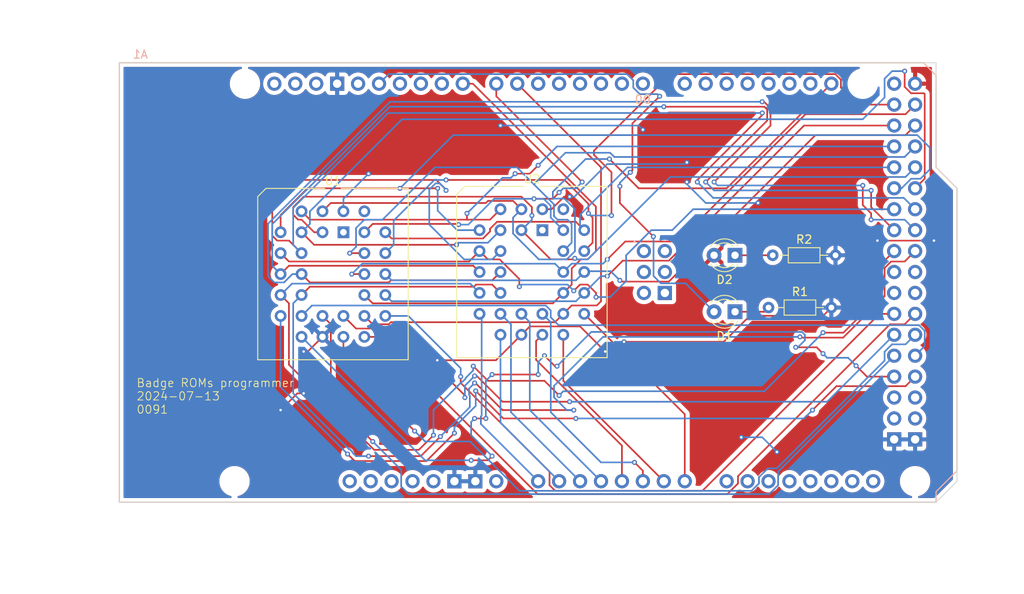
<source format=kicad_pcb>
(kicad_pcb (version 20240108) (generator "pcbnew") (generator_version "8.0")
  (layers (0 "F.Cu" signal) (31 "B.Cu" signal) (34 "B.Paste" user) (35 "F.Paste" user) (36 "B.SilkS" user "B.Silkscreen") (37 "F.SilkS" user "F.Silkscreen") (38 "B.Mask" user) (39 "F.Mask" user) (44 "Edge.Cuts" user))
  (net 0 "")
  (net 2 "D5")
  (net 3 "D8")
  (net 6 "D4")
  (net 10 "A15")
  (net 11 "A2")
  (net 14 "D1")
  (net 15 "D2")
  (net 17 "A4")
  (net 18 "+5V")
  (net 19 "~{OE}")
  (net 20 "A7")
  (net 21 "A10")
  (net 22 "D0")
  (net 25 "~{PGM}")
  (net 26 "A9")
  (net 28 "GND")
  (net 32 "D7")
  (net 38 "A0")
  (net 39 "A5")
  (net 41 "D10")
  (net 45 "A14")
  (net 46 "~{CE}")
  (net 49 "D14")
  (net 51 "A11")
  (net 52 "A6")
  (net 53 "D9")
  (net 59 "D3")
  (net 60 "A12")
  (net 61 "D11")
  (net 62 "Net-(D1-A)")
  (net 65 "A1")
  (net 68 "D15")
  (net 70 "D13")
  (net 71 "A16")
  (net 74 "A8")
  (net 75 "D12")
  (net 76 "D6")
  (net 81 "A3")
  (net 84 "A13")
  (net 88 "Net-(D1-K)")
  (net 89 "Net-(D2-K)")
  (footprint "Package_LCC:PLCC-32_THT-Socket" (layer "F.Cu") (at 135.636 73.406)
    (property "Reference" "U2")
    (property "Value" "SST39SF010")
  )
  (footprint "LED_THT:LED_D3.0mm" (layer "F.Cu") (at 159.004 76.454 180)
    (property "Reference" "D2")
    (property "Value" "LED")
  )
  (footprint "Resistor_THT:R_Axial_DIN0204_L3.6mm_D1.6mm_P7.62mm_Horizontal" (layer "F.Cu") (at 163.576 76.454)
    (property "Reference" "R2")
    (property "Value" "470")
  )
  (footprint "LED_THT:LED_D3.0mm" (layer "F.Cu") (at 159.004 83.312 180)
    (property "Reference" "D1")
    (property "Value" "LED")
  )
  (footprint "Package_LCC:PLCC-32_THT-Socket" (layer "F.Cu") (at 111.506 73.66)
    (property "Reference" "U1")
    (property "Value" "SST39SF010")
  )
  (footprint "arduino-library:Arduino_Mega2560_R3_Shield" (layer "F.Cu") (at 84.328 106.426)
    (property "Reference" "A1")
    (property "Value" "Arduino_Mega2560_R3_Shield")
  )
  (footprint "Resistor_THT:R_Axial_DIN0204_L3.6mm_D1.6mm_P7.62mm_Horizontal" (layer "F.Cu") (at 163.068 82.804)
    (property "Reference" "R1")
    (property "Value" "470")
  )
  (gr_line (start 185.928 68.326) (end 183.388 65.786) (stroke (width 0.1)) (layer "Edge.Cuts"))
  (gr_line (start 185.928 103.886) (end 185.928 68.326) (stroke (width 0.1)) (layer "Edge.Cuts"))
  (gr_line (start 84.328 106.426) (end 183.388 106.426) (stroke (width 0.1)) (layer "Edge.Cuts"))
  (gr_line (start 84.328 53.086) (end 84.328 106.426) (stroke (width 0.1)) (layer "Edge.Cuts"))
  (gr_line (start 183.388 53.086) (end 84.328 53.086) (stroke (width 0.1)) (layer "Edge.Cuts"))
  (gr_line (start 183.388 106.426) (end 185.928 103.886) (stroke (width 0.1)) (layer "Edge.Cuts"))
  (gr_line (start 183.388 65.786) (end 183.388 53.086) (stroke (width 0.1)) (layer "Edge.Cuts"))
  (gr_text "Badge ROMs programmer\n2024-07-13\n0091" (at 86.36 95.758 0) (layer "F.SilkS") (effects (font (size 1 1) (thickness 0.1)) (justify left bottom)))
  (segment (start 127.416 91.110527) (end 127.686527 91.110527) (width 0.2) (layer "F.Cu") (net 2))
  (segment (start 127.686527 91.110527) (end 130.81 94.234) (width 0.2) (layer "F.Cu") (net 2))
  (segment (start 126.238 93.472) (end 118.1148 85.3488) (width 0.2) (layer "F.Cu") (net 2))
  (segment (start 130.81 94.234) (end 138.938 94.234) (width 0.2) (layer "F.Cu") (net 2))
  (segment (start 113.0348 85.3488) (end 111.506 83.82) (width 0.2) (layer "F.Cu") (net 2))
  (segment (start 118.1148 85.3488) (end 113.0348 85.3488) (width 0.2) (layer "F.Cu") (net 2))
  (segment (start 126.238 93.726) (end 126.238 93.472) (width 0.2) (layer "F.Cu") (net 2))
  (via (at 127.416 91.110527) (size 0.6) (drill 0.3) (layers "F.Cu" "B.Cu") (net 2))
  (via (at 138.938 94.234) (size 0.6) (drill 0.3) (layers "F.Cu" "B.Cu") (net 2))
  (via (at 126.238 93.726) (size 0.6) (drill 0.3) (layers "F.Cu" "B.Cu") (net 2))
  (segment (start 170.18 94.234) (end 138.938 94.234) (width 0.2) (layer "B.Cu") (net 2))
  (segment (start 178.308 86.106) (end 170.18 94.234) (width 0.2) (layer "B.Cu") (net 2))
  (segment (start 127.416 91.110527) (end 126.238 92.288527) (width 0.2) (layer "B.Cu") (net 2))
  (segment (start 126.238 92.288527) (end 126.238 93.726) (width 0.2) (layer "B.Cu") (net 2))
  (segment (start 128.27 83.82) (end 128.27 95.925471) (width 0.2) (layer "B.Cu") (net 3))
  (segment (start 128.27 95.925471) (end 128.178 96.017471) (width 0.2) (layer "B.Cu") (net 3))
  (segment (start 128.178 96.936) (end 135.128 103.886) (width 0.2) (layer "B.Cu") (net 3))
  (segment (start 128.178 96.017471) (end 128.178 96.936) (width 0.2) (layer "B.Cu") (net 3))
  (segment (start 128.016 83.566) (end 128.27 83.82) (width 0.2) (layer "B.Cu") (net 3))
  (segment (start 111.506 86.36) (end 111.506 89.154) (width 0.2) (layer "F.Cu") (net 6))
  (segment (start 111.506 89.154) (end 120.142 97.79) (width 0.2) (layer "F.Cu") (net 6))
  (via (at 120.142 97.79) (size 0.6) (drill 0.3) (layers "F.Cu" "B.Cu") (net 6))
  (segment (start 120.142 97.79) (end 121.412 99.06) (width 0.2) (layer "B.Cu") (net 6))
  (segment (start 121.412 99.06) (end 126.867579 99.06) (width 0.2) (layer "B.Cu") (net 6))
  (segment (start 132.857179 105.0496) (end 161.009979 105.0496) (width 0.2) (layer "B.Cu") (net 6))
  (segment (start 162.986021 102.3224) (end 164.065915 102.3224) (width 0.2) (layer "B.Cu") (net 6))
  (segment (start 161.9044 104.155179) (end 161.9044 103.404021) (width 0.2) (layer "B.Cu") (net 6))
  (segment (start 177.1444 89.243915) (end 177.1444 88.164021) (width 0.2) (layer "B.Cu") (net 6))
  (segment (start 178.038821 87.2696) (end 179.6844 87.2696) (width 0.2) (layer "B.Cu") (net 6))
  (segment (start 126.867579 99.06) (end 132.857179 105.0496) (width 0.2) (layer "B.Cu") (net 6))
  (segment (start 161.9044 103.404021) (end 162.986021 102.3224) (width 0.2) (layer "B.Cu") (net 6))
  (segment (start 164.065915 102.3224) (end 177.1444 89.243915) (width 0.2) (layer "B.Cu") (net 6))
  (segment (start 177.1444 88.164021) (end 178.038821 87.2696) (width 0.2) (layer "B.Cu") (net 6))
  (segment (start 179.6844 87.2696) (end 180.848 86.106) (width 0.2) (layer "B.Cu") (net 6))
  (segment (start 161.009979 105.0496) (end 161.9044 104.155179) (width 0.2) (layer "B.Cu") (net 6))
  (segment (start 139.569291 76.831291) (end 139.443382 76.9572) (width 0.2) (layer "F.Cu") (net 10))
  (segment (start 134.366 70.612) (end 134.366 71.628) (width 0.2) (layer "F.Cu") (net 10))
  (segment (start 133.096 69.342) (end 134.366 70.612) (width 0.2) (layer "F.Cu") (net 10))
  (segment (start 106.007147 72.1312) (end 105.4148 71.538853) (width 0.2) (layer "F.Cu") (net 10))
  (segment (start 106.431412 72.1312) (end 106.007147 72.1312) (width 0.2) (layer "F.Cu") (net 10))
  (segment (start 106.68 69.342) (end 133.096 69.342) (width 0.2) (layer "F.Cu") (net 10))
  (segment (start 136.6472 76.9572) (end 133.096 73.406) (width 0.2) (layer "F.Cu") (net 10))
  (segment (start 105.4148 70.6072) (end 106.68 69.342) (width 0.2) (layer "F.Cu") (net 10))
  (segment (start 139.443382 76.9572) (end 136.6472 76.9572) (width 0.2) (layer "F.Cu") (net 10))
  (segment (start 105.4148 71.538853) (end 105.4148 70.6072) (width 0.2) (layer "F.Cu") (net 10))
  (segment (start 107.960212 73.66) (end 106.431412 72.1312) (width 0.2) (layer "F.Cu") (net 10))
  (segment (start 108.966 73.66) (end 107.960212 73.66) (width 0.2) (layer "F.Cu") (net 10))
  (via (at 139.569291 76.831291) (size 0.6) (drill 0.3) (layers "F.Cu" "B.Cu") (net 10))
  (via (at 134.366 71.628) (size 0.6) (drill 0.3) (layers "F.Cu" "B.Cu") (net 10))
  (segment (start 134.366 72.136) (end 133.096 73.406) (width 0.2) (layer "B.Cu") (net 10))
  (segment (start 180.848 65.786) (end 179.6844 66.9496) (width 0.2) (layer "B.Cu") (net 10))
  (segment (start 179.6844 66.9496) (end 151.142453 66.9496) (width 0.2) (layer "B.Cu") (net 10))
  (segment (start 141.134853 76.9572) (end 139.6952 76.9572) (width 0.2) (layer "B.Cu") (net 10))
  (segment (start 139.6952 76.9572) (end 139.569291 76.831291) (width 0.2) (layer "B.Cu") (net 10))
  (segment (start 151.142453 66.9496) (end 141.134853 76.9572) (width 0.2) (layer "B.Cu") (net 10))
  (segment (start 134.366 71.628) (end 134.366 72.136) (width 0.2) (layer "B.Cu") (net 10))
  (segment (start 117.004853 79.7512) (end 117.254053 79.502) (width 0.2) (layer "F.Cu") (net 11))
  (segment (start 174.498 70.358) (end 174.498 67.98) (width 0.2) (layer "F.Cu") (net 11))
  (segment (start 117.254053 79.502) (end 129.54 79.502) (width 0.2) (layer "F.Cu") (net 11))
  (segment (start 162.525686 57.82) (end 162.291672 57.82) (width 0.2) (layer "F.Cu") (net 11))
  (segment (start 129.54 79.502) (end 130.556 78.486) (width 0.2) (layer "F.Cu") (net 11))
  (segment (start 156.464 67.564) (end 163.306 60.722) (width 0.2) (layer "F.Cu") (net 11))
  (segment (start 106.426 78.74) (end 107.4372 79.7512) (width 0.2) (layer "F.Cu") (net 11))
  (segment (start 175.514 72.136) (end 175.514 71.374) (width 0.2) (layer "F.Cu") (net 11))
  (segment (start 163.306 58.600314) (end 162.525686 57.82) (width 0.2) (layer "F.Cu") (net 11))
  (segment (start 175.514 71.374) (end 174.498 70.358) (width 0.2) (layer "F.Cu") (net 11))
  (segment (start 163.306 60.722) (end 163.306 58.600314) (width 0.2) (layer "F.Cu") (net 11))
  (segment (start 107.4372 79.7512) (end 117.004853 79.7512) (width 0.2) (layer "F.Cu") (net 11))
  (via (at 175.514 72.136) (size 0.6) (drill 0.3) (layers "F.Cu" "B.Cu") (net 11))
  (via (at 156.464 67.564) (size 0.6) (drill 0.3) (layers "F.Cu" "B.Cu") (net 11))
  (via (at 174.498 67.98) (size 0.6) (drill 0.3) (layers "F.Cu" "B.Cu") (net 11))
  (via (at 162.291672 57.82) (size 0.6) (drill 0.3) (layers "F.Cu" "B.Cu") (net 11))
  (segment (start 102.362 72.622575) (end 102.362 78.994) (width 0.2) (layer "B.Cu") (net 11))
  (segment (start 105.316053 78.74) (end 106.426 78.74) (width 0.2) (layer "B.Cu") (net 11))
  (segment (start 162.291672 57.82) (end 117.164575 57.82) (width 0.2) (layer "B.Cu") (net 11))
  (segment (start 103.124 79.756) (end 104.300053 79.756) (width 0.2) (layer "B.Cu") (net 11))
  (segment (start 156.88 67.98) (end 156.464 67.564) (width 0.2) (layer "B.Cu") (net 11))
  (segment (start 102.362 78.994) (end 103.124 79.756) (width 0.2) (layer "B.Cu") (net 11))
  (segment (start 180.848 73.406) (end 179.578 72.136) (width 0.2) (layer "B.Cu") (net 11))
  (segment (start 179.578 72.136) (end 175.514 72.136) (width 0.2) (layer "B.Cu") (net 11))
  (segment (start 104.300053 79.756) (end 105.316053 78.74) (width 0.2) (layer "B.Cu") (net 11))
  (segment (start 117.164575 57.82) (end 102.362 72.622575) (width 0.2) (layer "B.Cu") (net 11))
  (segment (start 174.498 67.98) (end 156.88 67.98) (width 0.2) (layer "B.Cu") (net 11))
  (segment (start 137.16 89.916) (end 137.414 89.916) (width 0.2) (layer "F.Cu") (net 14))
  (segment (start 168.91 87.63) (end 169.672 88.392) (width 0.2) (layer "F.Cu") (net 14))
  (segment (start 127 101.346) (end 129.032 101.346) (width 0.2) (layer "F.Cu") (net 14))
  (segment (start 175.006 91.186) (end 178.308 91.186) (width 0.2) (layer "F.Cu") (net 14))
  (segment (start 129.54 90.932) (end 135.128 90.932) (width 0.2) (layer "F.Cu") (net 14))
  (segment (start 135.89 88.646) (end 137.16 89.916) (width 0.2) (layer "F.Cu") (net 14))
  (segment (start 129.032 101.346) (end 129.54 100.838) (width 0.2) (layer "F.Cu") (net 14))
  (segment (start 127.416 96.266) (end 128.778 96.266) (width 0.2) (layer "F.Cu") (net 14))
  (segment (start 166.37 87.63) (end 168.91 87.63) (width 0.2) (layer "F.Cu") (net 14))
  (segment (start 173.692735 89.872735) (end 175.006 91.186) (width 0.2) (layer "F.Cu") (net 14))
  (via (at 135.89 88.646) (size 0.6) (drill 0.3) (layers "F.Cu" "B.Cu") (net 14))
  (via (at 128.778 96.266) (size 0.6) (drill 0.3) (layers "F.Cu" "B.Cu") (net 14))
  (via (at 129.54 90.932) (size 0.6) (drill 0.3) (layers "F.Cu" "B.Cu") (net 14))
  (via (at 127.416 96.266) (size 0.6) (drill 0.3) (layers "F.Cu" "B.Cu") (net 14))
  (via (at 169.672 88.392) (size 0.6) (drill 0.3) (layers "F.Cu" "B.Cu") (net 14))
  (via (at 173.692735 89.872735) (size 0.6) (drill 0.3) (layers "F.Cu" "B.Cu") (net 14))
  (via (at 129.54 100.838) (size 0.6) (drill 0.3) (layers "F.Cu" "B.Cu") (net 14))
  (via (at 137.414 89.916) (size 0.6) (drill 0.3) (layers "F.Cu" "B.Cu") (net 14))
  (via (at 135.128 90.932) (size 0.6) (drill 0.3) (layers "F.Cu" "B.Cu") (net 14))
  (via (at 127 101.346) (size 0.6) (drill 0.3) (layers "F.Cu" "B.Cu") (net 14))
  (via (at 166.37 87.63) (size 0.6) (drill 0.3) (layers "F.Cu" "B.Cu") (net 14))
  (segment (start 121.412 101.346) (end 127 101.346) (width 0.2) (layer "B.Cu") (net 14))
  (segment (start 167.478 86.111471) (end 167.478 86.776) (width 0.2) (layer "B.Cu") (net 14))
  (segment (start 135.128 89.408) (end 135.89 88.646) (width 0.2) (layer "B.Cu") (net 14))
  (segment (start 137.414 89.916) (end 141.57 85.76) (width 0.2) (layer "B.Cu") (net 14))
  (segment (start 166.624 87.63) (end 166.37 87.63) (width 0.2) (layer "B.Cu") (net 14))
  (segment (start 127 98.298) (end 129.54 100.838) (width 0.2) (layer "B.Cu") (net 14))
  (segment (start 167.478 86.776) (end 166.624 87.63) (width 0.2) (layer "B.Cu") (net 14))
  (segment (start 170.18 88.9) (end 172.72 88.9) (width 0.2) (layer "B.Cu") (net 14))
  (segment (start 128.778 91.694) (end 129.54 90.932) (width 0.2) (layer "B.Cu") (net 14))
  (segment (start 127.416 96.266) (end 127 96.682) (width 0.2) (layer "B.Cu") (net 14))
  (segment (start 127 96.682) (end 127 98.298) (width 0.2) (layer "B.Cu") (net 14))
  (segment (start 128.778 96.266) (end 128.778 91.694) (width 0.2) (layer "B.Cu") (net 14))
  (segment (start 141.57 85.76) (end 167.126529 85.76) (width 0.2) (layer "B.Cu") (net 14))
  (segment (start 135.128 90.932) (end 135.128 89.408) (width 0.2) (layer "B.Cu") (net 14))
  (segment (start 172.72 88.9) (end 173.692735 89.872735) (width 0.2) (layer "B.Cu") (net 14))
  (segment (start 167.126529 85.76) (end 167.478 86.111471) (width 0.2) (layer "B.Cu") (net 14))
  (segment (start 169.672 88.392) (end 170.18 88.9) (width 0.2) (layer "B.Cu") (net 14))
  (segment (start 106.426 86.36) (end 121.412 101.346) (width 0.2) (layer "B.Cu") (net 14))
  (segment (start 137.604747 84.9424) (end 136.6472 83.984853) (width 0.2) (layer "B.Cu") (net 15))
  (segment (start 136.6472 83.984853) (end 136.6472 83.147147) (width 0.2) (layer "B.Cu") (net 15))
  (segment (start 136.054853 82.5548) (end 107.6912 82.5548) (width 0.2) (layer "B.Cu") (net 15))
  (segment (start 136.6472 83.147147) (end 136.054853 82.5548) (width 0.2) (layer "B.Cu") (net 15))
  (segment (start 180.848 88.646) (end 182.0116 87.4824) (width 0.2) (layer "B.Cu") (net 15))
  (segment (start 182.0116 87.4824) (end 182.0116 85.624021) (width 0.2) (layer "B.Cu") (net 15))
  (segment (start 182.0116 85.624021) (end 181.329979 84.9424) (width 0.2) (layer "B.Cu") (net 15))
  (segment (start 181.329979 84.9424) (end 137.604747 84.9424) (width 0.2) (layer "B.Cu") (net 15))
  (segment (start 107.6912 82.5548) (end 106.426 83.82) (width 0.2) (layer "B.Cu") (net 15))
  (segment (start 123.952 68.58) (end 123.952 68.493471) (width 0.2) (layer "F.Cu") (net 17))
  (segment (start 154.432 67.31) (end 162.306 59.436) (width 0.2) (layer "F.Cu") (net 17))
  (segment (start 123.952 68.493471) (end 122.768529 67.31) (width 0.2) (layer "F.Cu") (net 17))
  (segment (start 154.432 67.564) (end 154.432 67.31) (width 0.2) (layer "F.Cu") (net 17))
  (segment (start 104.8972 74.6712) (end 106.426 76.2) (width 0.2) (layer "F.Cu") (net 17))
  (segment (start 102.8748 70.3532) (end 102.8748 74.078853) (width 0.2) (layer "F.Cu") (net 17))
  (segment (start 105.918 67.31) (end 102.8748 70.3532) (width 0.2) (layer "F.Cu") (net 17))
  (segment (start 162.306 59.436) (end 162.306 59.182) (width 0.2) (layer "F.Cu") (net 17))
  (segment (start 103.467147 74.6712) (end 104.8972 74.6712) (width 0.2) (layer "F.Cu") (net 17))
  (segment (start 102.8748 74.078853) (end 103.467147 74.6712) (width 0.2) (layer "F.Cu") (net 17))
  (segment (start 122.768529 67.31) (end 105.918 67.31) (width 0.2) (layer "F.Cu") (net 17))
  (via (at 123.952 68.58) (size 0.6) (drill 0.3) (layers "F.Cu" "B.Cu") (net 17))
  (via (at 154.432 67.564) (size 0.6) (drill 0.3) (layers "F.Cu" "B.Cu") (net 17))
  (via (at 162.306 59.182) (size 0.6) (drill 0.3) (layers "F.Cu" "B.Cu") (net 17))
  (segment (start 123.952 68.493471) (end 123.184529 67.726) (width 0.2) (layer "B.Cu") (net 17))
  (segment (start 121.92 68.493471) (end 121.92 72.730529) (width 0.2) (layer "B.Cu") (net 17))
  (segment (start 121.92 72.730529) (end 126.146671 76.9572) (width 0.2) (layer "B.Cu") (net 17))
  (segment (start 122.687471 67.726) (end 121.92 68.493471) (width 0.2) (layer "B.Cu") (net 17))
  (segment (start 129.5448 76.9572) (end 130.556 75.946) (width 0.2) (layer "B.Cu") (net 17))
  (segment (start 123.952 68.58) (end 123.952 68.493471) (width 0.2) (layer "B.Cu") (net 17))
  (segment (start 156.3576 69.4896) (end 179.4716 69.4896) (width 0.2) (layer "B.Cu") (net 17))
  (segment (start 154.432 67.564) (end 156.3576 69.4896) (width 0.2) (layer "B.Cu") (net 17))
  (segment (start 126.146671 76.9572) (end 129.5448 76.9572) (width 0.2) (layer "B.Cu") (net 17))
  (segment (start 179.4716 69.4896) (end 180.848 70.866) (width 0.2) (layer "B.Cu") (net 17))
  (segment (start 116.933947 59.182) (end 162.306 59.182) (width 0.2) (layer "B.Cu") (net 17))
  (segment (start 123.184529 67.726) (end 122.687471 67.726) (width 0.2) (layer "B.Cu") (net 17))
  (segment (start 106.426 76.2) (end 105.4148 75.1888) (width 0.2) (layer "B.Cu") (net 17))
  (segment (start 105.4148 70.701147) (end 116.933947 59.182) (width 0.2) (layer "B.Cu") (net 17))
  (segment (start 105.4148 75.1888) (end 105.4148 70.701147) (width 0.2) (layer "B.Cu") (net 17))
  (segment (start 135.636 70.866) (end 136.745947 70.866) (width 0.2) (layer "F.Cu") (net 18))
  (segment (start 153.162 65.186) (end 153.162 67.564) (width 0.2) (layer "F.Cu") (net 18))
  (segment (start 136.745947 70.866) (end 138.269947 69.342) (width 0.2) (layer "F.Cu") (net 18))
  (segment (start 138.269947 69.342) (end 138.938 69.342) (width 0.2) (layer "F.Cu") (net 18))
  (via (at 164.084 100.33) (size 0.6) (drill 0.3) (layers "F.Cu" "B.Cu") (net 18))
  (via (at 159.766 98.552) (size 0.6) (drill 0.3) (layers "F.Cu" "B.Cu") (net 18))
  (via (at 153.162 65.186) (size 0.6) (drill 0.3) (layers "F.Cu" "B.Cu") (net 18))
  (via (at 114.554 66.548) (size 0.6) (drill 0.3) (layers "F.Cu" "B.Cu") (net 18))
  (via (at 130.556 60.706) (size 0.6) (drill 0.3) (layers "F.Cu" "B.Cu") (net 18))
  (via (at 138.938 69.342) (size 0.6) (drill 0.3) (layers "F.Cu" "B.Cu") (net 18))
  (via (at 147.828 61.214) (size 0.6) (drill 0.3) (layers "F.Cu" "B.Cu") (net 18))
  (via (at 153.162 67.564) (size 0.6) (drill 0.3) (layers "F.Cu" "B.Cu") (net 18))
  (via (at 161.798 70.104) (size 0.6) (drill 0.3) (layers "F.Cu" "B.Cu") (net 18))
  (segment (start 111.506 69.596) (end 114.554 66.548) (width 0.2) (layer "B.Cu") (net 18))
  (segment (start 152.962 65.386) (end 153.162 65.186) (width 0.2) (layer "B.Cu") (net 18))
  (segment (start 153.162 67.564) (end 153.162 67.818) (width 0.2) (layer "B.Cu") (net 18))
  (segment (start 153.162 67.818) (end 155.448 70.104) (width 0.2) (layer "B.Cu") (net 18))
  (segment (start 111.506 71.12) (end 111.506 69.596) (width 0.2) (layer "B.Cu") (net 18))
  (segment (start 147.32 60.706) (end 147.828 61.214) (width 0.2) (layer "B.Cu") (net 18))
  (segment (start 138.938 69.342) (end 139.532529 69.342) (width 0.2) (layer "B.Cu") (net 18))
  (segment (start 159.766 98.552) (end 162.306 98.552) (width 0.2) (layer "B.Cu") (net 18))
  (segment (start 139.532529 69.342) (end 143.488529 65.386) (width 0.2) (layer "B.Cu") (net 18))
  (segment (start 155.448 70.104) (end 161.798 70.104) (width 0.2) (layer "B.Cu") (net 18))
  (segment (start 143.488529 65.386) (end 152.962 65.386) (width 0.2) (layer "B.Cu") (net 18))
  (segment (start 162.306 98.552) (end 164.084 100.33) (width 0.2) (layer "B.Cu") (net 18))
  (segment (start 130.556 60.706) (end 147.32 60.706) (width 0.2) (layer "B.Cu") (net 18))
  (segment (start 127.205314 55.626) (end 142.1272 70.547886) (width 0.2) (layer "F.Cu") (net 19))
  (segment (start 142.1272 75.964853) (end 141.134853 76.9572) (width 0.2) (layer "F.Cu") (net 19))
  (segment (start 139.192 80.01) (end 138.176 81.026) (width 0.2) (layer "F.Cu") (net 19))
  (segment (start 140.297147 76.9572) (end 139.192 78.062347) (width 0.2) (layer "F.Cu") (net 19))
  (segment (start 115.0572 82.2912) (end 136.9108 82.2912) (width 0.2) (layer "F.Cu") (net 19))
  (segment (start 136.9108 82.2912) (end 138.176 81.026) (width 0.2) (layer "F.Cu") (net 19))
  (segment (start 139.192 78.062347) (end 139.192 80.01) (width 0.2) (layer "F.Cu") (net 19))
  (segment (start 142.1272 70.547886) (end 142.1272 75.964853) (width 0.2) (layer "F.Cu") (net 19))
  (segment (start 125.984 55.626) (end 127.205314 55.626) (width 0.2) (layer "F.Cu") (net 19))
  (segment (start 114.046 81.28) (end 115.0572 82.2912) (width 0.2) (layer "F.Cu") (net 19))
  (segment (start 141.134853 76.9572) (end 140.297147 76.9572) (width 0.2) (layer "F.Cu") (net 19))
  (segment (start 103.886 73.66) (end 103.886 71.570314) (width 0.2) (layer "F.Cu") (net 20))
  (segment (start 107.130314 68.326) (end 118.364 68.326) (width 0.2) (layer "F.Cu") (net 20))
  (segment (start 103.886 71.570314) (end 107.130314 68.326) (width 0.2) (layer "F.Cu") (net 20))
  (segment (start 118.364 68.326) (end 122.936 68.326) (width 0.2) (layer "F.Cu") (net 20))
  (via (at 122.936 68.326) (size 0.6) (drill 0.3) (layers "F.Cu" "B.Cu") (net 20))
  (via (at 118.364 68.326) (size 0.6) (drill 0.3) (layers "F.Cu" "B.Cu") (net 20))
  (segment (start 182.626 63.378421) (end 181.117179 61.8696) (width 0.2) (layer "B.Cu") (net 20))
  (segment (start 124.8204 61.8696) (end 118.364 68.326) (width 0.2) (layer "B.Cu") (net 20))
  (segment (start 122.936 71.039729) (end 125.302271 73.406) (width 0.2) (layer "B.Cu") (net 20))
  (segment (start 181.5036 67.1624) (end 182.626 66.04) (width 0.2) (layer "B.Cu") (net 20))
  (segment (start 180.366021 67.1624) (end 181.5036 67.1624) (width 0.2) (layer "B.Cu") (net 20))
  (segment (start 122.936 68.326) (end 122.936 71.039729) (width 0.2) (layer "B.Cu") (net 20))
  (segment (start 181.117179 61.8696) (end 124.8204 61.8696) (width 0.2) (layer "B.Cu") (net 20))
  (segment (start 125.302271 73.406) (end 128.016 73.406) (width 0.2) (layer "B.Cu") (net 20))
  (segment (start 179.202421 68.326) (end 180.366021 67.1624) (width 0.2) (layer "B.Cu") (net 20))
  (segment (start 178.308 68.326) (end 179.202421 68.326) (width 0.2) (layer "B.Cu") (net 20))
  (segment (start 182.626 66.04) (end 182.626 63.378421) (width 0.2) (layer "B.Cu") (net 20))
  (segment (start 145.3944 77.1096) (end 143.51 78.994) (width 0.2) (layer "F.Cu") (net 21))
  (segment (start 167.380579 60.706) (end 150.976979 77.1096) (width 0.2) (layer "F.Cu") (net 21))
  (segment (start 178.308 60.706) (end 167.380579 60.706) (width 0.2) (layer "F.Cu") (net 21))
  (segment (start 150.976979 77.1096) (end 145.3944 77.1096) (width 0.2) (layer "F.Cu") (net 21))
  (via (at 143.51 78.994) (size 0.6) (drill 0.3) (layers "F.Cu" "B.Cu") (net 21))
  (segment (start 139.7048 82.0372) (end 140.716 81.026) (width 0.2) (layer "B.Cu") (net 21))
  (segment (start 143.51 78.994) (end 142.748 78.994) (width 0.2) (layer "B.Cu") (net 21))
  (segment (start 116.586 81.28) (end 117.3432 82.0372) (width 0.2) (layer "B.Cu") (net 21))
  (segment (start 117.3432 82.0372) (end 139.7048 82.0372) (width 0.2) (layer "B.Cu") (net 21))
  (segment (start 142.748 78.994) (end 140.716 81.026) (width 0.2) (layer "B.Cu") (net 21))
  (segment (start 121.574 101.438) (end 124.968 98.044) (width 0.2) (layer "F.Cu") (net 22))
  (segment (start 168.402 95.25) (end 171.3024 92.3496) (width 0.2) (layer "F.Cu") (net 22))
  (segment (start 112.014 100.584) (end 112.868 101.438) (width 0.2) (layer "F.Cu") (net 22))
  (segment (start 179.6844 92.3496) (end 180.848 91.186) (width 0.2) (layer "F.Cu") (net 22))
  (segment (start 130.89653 96.266) (end 139.7 96.266) (width 0.2) (layer "F.Cu") (net 22))
  (segment (start 171.3024 92.3496) (end 179.6844 92.3496) (width 0.2) (layer "F.Cu") (net 22))
  (segment (start 127.551265 92.920735) (end 130.89653 96.266) (width 0.2) (layer "F.Cu") (net 22))
  (segment (start 112.868 101.438) (end 121.574 101.438) (width 0.2) (layer "F.Cu") (net 22))
  (via (at 127.551265 92.920735) (size 0.6) (drill 0.3) (layers "F.Cu" "B.Cu") (net 22))
  (via (at 112.014 100.584) (size 0.6) (drill 0.3) (layers "F.Cu" "B.Cu") (net 22))
  (via (at 139.7 96.266) (size 0.6) (drill 0.3) (layers "F.Cu" "B.Cu") (net 22))
  (via (at 124.968 98.044) (size 0.6) (drill 0.3) (layers "F.Cu" "B.Cu") (net 22))
  (via (at 168.402 95.25) (size 0.6) (drill 0.3) (layers "F.Cu" "B.Cu") (net 22))
  (segment (start 127.551265 94.739894) (end 127.551265 92.920735) (width 0.2) (layer "B.Cu") (net 22))
  (segment (start 103.886 83.82) (end 103.886 92.456) (width 0.2) (layer "B.Cu") (net 22))
  (segment (start 167.386 96.266) (end 168.402 95.25) (width 0.2) (layer "B.Cu") (net 22))
  (segment (start 103.886 92.456) (end 112.014 100.584) (width 0.2) (layer "B.Cu") (net 22))
  (segment (start 139.7 96.266) (end 167.386 96.266) (width 0.2) (layer "B.Cu") (net 22))
  (segment (start 124.968 98.044) (end 124.968 97.323159) (width 0.2) (layer "B.Cu") (net 22))
  (segment (start 124.968 97.323159) (end 127.551265 94.739894) (width 0.2) (layer "B.Cu") (net 22))
  (segment (start 130.048 55.626) (end 130.048 57.15) (width 0.2) (layer "F.Cu") (net 25))
  (segment (start 137.668 68.834) (end 136.906 69.596) (width 0.2) (layer "F.Cu") (net 25))
  (segment (start 125.3936 72.6488) (end 115.0572 72.6488) (width 0.2) (layer "F.Cu") (net 25))
  (segment (start 115.0572 72.6488) (end 114.046 73.66) (width 0.2) (layer "F.Cu") (net 25))
  (segment (start 130.048 57.15) (end 140.462 67.564) (width 0.2) (layer "F.Cu") (net 25))
  (segment (start 125.476 72.7312) (end 125.3936 72.6488) (width 0.2) (layer "F.Cu") (net 25))
  (segment (start 136.906 69.596) (end 134.62 69.596) (width 0.2) (layer "F.Cu") (net 25))
  (via (at 134.62 69.596) (size 0.6) (drill 0.3) (layers "F.Cu" "B.Cu") (net 25))
  (via (at 140.462 67.564) (size 0.6) (drill 0.3) (layers "F.Cu" "B.Cu") (net 25))
  (via (at 125.476 72.7312) (size 0.6) (drill 0.3) (layers "F.Cu" "B.Cu") (net 25))
  (via (at 137.668 68.834) (size 0.6) (drill 0.3) (layers "F.Cu" "B.Cu") (net 25))
  (segment (start 135.796053 69.596) (end 136.6472 70.447147) (width 0.2) (layer "B.Cu") (net 25))
  (segment (start 140.462 67.564) (end 139.7 68.326) (width 0.2) (layer "B.Cu") (net 25))
  (segment (start 126.6588 72.7312) (end 129.794 69.596) (width 0.2) (layer "B.Cu") (net 25))
  (segment (start 139.7 68.326) (end 138.176 68.326) (width 0.2) (layer "B.Cu") (net 25))
  (segment (start 138.176 68.326) (end 137.668 68.834) (width 0.2) (layer "B.Cu") (net 25))
  (segment (start 136.6472 70.447147) (end 136.6472 71.8772) (width 0.2) (layer "B.Cu") (net 25))
  (segment (start 136.6472 71.8772) (end 138.176 73.406) (width 0.2) (layer "B.Cu") (net 25))
  (segment (start 134.62 69.596) (end 135.796053 69.596) (width 0.2) (layer "B.Cu") (net 25))
  (segment (start 125.476 72.7312) (end 126.6588 72.7312) (width 0.2) (layer "B.Cu") (net 25))
  (segment (start 129.794 69.596) (end 134.62 69.596) (width 0.2) (layer "B.Cu") (net 25))
  (segment (start 152.097286 74.7824) (end 145.6896 74.7824) (width 0.2) (layer "F.Cu") (net 26))
  (segment (start 180.848 58.166) (end 179.6844 59.3296) (width 0.2) (layer "F.Cu") (net 26))
  (segment (start 145.6896 74.7824) (end 143.51 76.962) (width 0.2) (layer "F.Cu") (net 26))
  (segment (start 167.550086 59.3296) (end 152.097286 74.7824) (width 0.2) (layer "F.Cu") (net 26))
  (segment (start 114.046 78.74) (end 112.522 78.74) (width 0.2) (layer "F.Cu") (net 26))
  (segment (start 179.6844 59.3296) (end 167.550086 59.3296) (width 0.2) (layer "F.Cu") (net 26))
  (via (at 112.522 78.74) (size 0.6) (drill 0.3) (layers "F.Cu" "B.Cu") (net 26))
  (via (at 143.51 76.962) (size 0.6) (drill 0.3) (layers "F.Cu" "B.Cu") (net 26))
  (segment (start 137.1648 77.4748) (end 138.176 78.486) (width 0.2) (layer "B.Cu") (net 26))
  (segment (start 139.192 77.47) (end 138.176 78.486) (width 0.2) (layer "B.Cu") (net 26))
  (segment (start 143.002 77.47) (end 139.192 77.47) (width 0.2) (layer "B.Cu") (net 26))
  (segment (start 143.51 76.962) (end 143.002 77.47) (width 0.2) (layer "B.Cu") (net 26))
  (segment (start 112.522 78.74) (end 113.7872 77.4748) (width 0.2) (layer "B.Cu") (net 26))
  (segment (start 113.7872 77.4748) (end 137.1648 77.4748) (width 0.2) (layer "B.Cu") (net 26))
  (segment (start 133.096 86.106) (end 130.004735 89.197265) (width 0.2) (layer "F.Cu") (net 28))
  (segment (start 170.688 82.804) (end 169.688 83.804) (width 0.2) (layer "F.Cu") (net 28))
  (segment (start 143.256 88.138) (end 140.2128 85.0948) (width 0.2) (layer "F.Cu") (net 28))
  (segment (start 183.134 74.676) (end 176.276 74.676) (width 0.2) (layer "F.Cu") (net 28))
  (segment (start 134.1072 85.0948) (end 133.096 86.106) (width 0.2) (layer "F.Cu") (net 28))
  (segment (start 130.004735 89.197265) (end 122.892735 89.197265) (width 0.2) (layer "F.Cu") (net 28))
  (segment (start 160.798 83.804) (end 157.642 86.96) (width 0.2) (layer "F.Cu") (net 28))
  (segment (start 106.68 93.218) (end 105.918 93.218) (width 0.2) (layer "F.Cu") (net 28))
  (segment (start 105.918 93.218) (end 103.886 95.25) (width 0.2) (layer "F.Cu") (net 28))
  (segment (start 140.2128 85.0948) (end 134.1072 85.0948) (width 0.2) (layer "F.Cu") (net 28))
  (segment (start 169.688 83.804) (end 160.798 83.804) (width 0.2) (layer "F.Cu") (net 28))
  (segment (start 107.188 88.138) (end 106.68 88.138) (width 0.2) (layer "F.Cu") (net 28))
  (segment (start 157.642 86.96) (end 145.542 86.96) (width 0.2) (layer "F.Cu") (net 28))
  (segment (start 108.966 86.36) (end 107.188 88.138) (width 0.2) (layer "F.Cu") (net 28))
  (via (at 143.256 88.138) (size 0.6) (drill 0.3) (layers "F.Cu" "B.Cu") (net 28))
  (via (at 183.134 74.676) (size 0.6) (drill 0.3) (layers "F.Cu" "B.Cu") (net 28))
  (via (at 103.886 95.25) (size 0.6) (drill 0.3) (layers "F.Cu" "B.Cu") (net 28))
  (via (at 106.68 88.138) (size 0.6) (drill 0.3) (layers "F.Cu" "B.Cu") (net 28))
  (via (at 122.892735 89.197265) (size 0.6) (drill 0.3) (layers "F.Cu" "B.Cu") (net 28))
  (via (at 145.542 86.96) (size 0.6) (drill 0.3) (layers "F.Cu" "B.Cu") (net 28))
  (via (at 106.68 93.218) (size 0.6) (drill 0.3) (layers "F.Cu" "B.Cu") (net 28))
  (via (at 176.276 74.676) (size 0.6) (drill 0.3) (layers "F.Cu" "B.Cu") (net 28))
  (segment (start 144.434 86.96) (end 143.256 88.138) (width 0.2) (layer "B.Cu") (net 28))
  (segment (start 145.542 86.96) (end 144.434 86.96) (width 0.2) (layer "B.Cu") (net 28))
  (segment (start 137.186021 105.0496) (end 155.0464 105.0496) (width 0.2) (layer "F.Cu") (net 32))
  (segment (start 155.0464 105.0496) (end 176.53 83.566) (width 0.2) (layer "F.Cu") (net 32))
  (segment (start 125.73 91.186) (end 125.73 91.948) (width 0.2) (layer "F.Cu") (net 32))
  (segment (start 136.5044 104.367979) (end 137.186021 105.0496) (width 0.2) (layer "F.Cu") (net 32))
  (segment (start 125.73 91.948) (end 136.5044 102.7224) (width 0.2) (layer "F.Cu") (net 32))
  (segment (start 136.5044 102.7224) (end 136.5044 104.367979) (width 0.2) (layer "F.Cu") (net 32))
  (segment (start 176.53 83.566) (end 178.308 83.566) (width 0.2) (layer "F.Cu") (net 32))
  (via (at 125.73 91.186) (size 0.6) (drill 0.3) (layers "F.Cu" "B.Cu") (net 32))
  (segment (start 116.586 83.82) (end 119.38 83.82) (width 0.2) (layer "B.Cu") (net 32))
  (segment (start 125.73 90.17) (end 125.73 91.186) (width 0.2) (layer "B.Cu") (net 32))
  (segment (start 119.38 83.82) (end 125.73 90.17) (width 0.2) (layer "B.Cu") (net 32))
  (segment (start 114.554 100.838) (end 120.887473 100.838) (width 0.2) (layer "F.Cu") (net 38))
  (segment (start 129.54 80.01) (end 130.556 81.026) (width 0.2) (layer "F.Cu") (net 38))
  (segment (start 106.426 81.28) (end 107.4372 80.2688) (width 0.2) (layer "F.Cu") (net 38))
  (segment (start 130.81 95.25) (end 139.446 95.25) (width 0.2) (layer "F.Cu") (net 38))
  (segment (start 127.601947 80.01) (end 129.54 80.01) (width 0.2) (layer "F.Cu") (net 38))
  (segment (start 177.932421 77.216) (end 179.578 77.216) (width 0.2) (layer "F.Cu") (net 38))
  (segment (start 166.97 86.452) (end 172.12 86.452) (width 0.2) (layer "F.Cu") (net 38))
  (segment (start 177.1444 81.4276) (end 177.1444 78.004021) (width 0.2) (layer "F.Cu") (net 38))
  (segment (start 127.416 91.959054) (end 127.519054 91.959054) (width 0.2) (layer "F.Cu") (net 38))
  (segment (start 166.878 86.36) (end 166.97 86.452) (width 0.2) (layer "F.Cu") (net 38))
  (segment (start 177.1444 78.004021) (end 177.932421 77.216) (width 0.2) (layer "F.Cu") (net 38))
  (segment (start 120.887473 100.838) (end 123.265473 98.46) (width 0.2) (layer "F.Cu") (net 38))
  (segment (start 172.12 86.452) (end 177.1444 81.4276) (width 0.2) (layer "F.Cu") (net 38))
  (segment (start 179.578 77.216) (end 180.848 75.946) (width 0.2) (layer "F.Cu") (net 38))
  (segment (start 107.4372 80.2688) (end 127.343147 80.2688) (width 0.2) (layer "F.Cu") (net 38))
  (segment (start 127.343147 80.2688) (end 127.601947 80.01) (width 0.2) (layer "F.Cu") (net 38))
  (segment (start 127.519054 91.959054) (end 130.81 95.25) (width 0.2) (layer "F.Cu") (net 38))
  (via (at 114.554 100.838) (size 0.6) (drill 0.3) (layers "F.Cu" "B.Cu") (net 38))
  (via (at 139.446 95.25) (size 0.6) (drill 0.3) (layers "F.Cu" "B.Cu") (net 38))
  (via (at 127.416 91.959054) (size 0.6) (drill 0.3) (layers "F.Cu" "B.Cu") (net 38))
  (via (at 123.265473 98.46) (size 0.6) (drill 0.3) (layers "F.Cu" "B.Cu") (net 38))
  (via (at 166.878 86.36) (size 0.6) (drill 0.3) (layers "F.Cu" "B.Cu") (net 38))
  (segment (start 105.4148 82.2912) (end 105.4148 93.2228) (width 0.2) (layer "B.Cu") (net 38))
  (segment (start 127.416 91.959054) (end 126.746 92.629054) (width 0.2) (layer "B.Cu") (net 38))
  (segment (start 137.052 93.704529) (end 137.052 92.31) (width 0.2) (layer "B.Cu") (net 38))
  (segment (start 112.614 100.335471) (end 112.614 100.422) (width 0.2) (layer "B.Cu") (net 38))
  (segment (start 126.746 93.385471) (end 126.838 93.477471) (width 0.2) (layer "B.Cu") (net 38))
  (segment (start 138.597471 95.25) (end 137.052 93.704529) (width 0.2) (layer "B.Cu") (net 38))
  (segment (start 143.002 86.36) (end 166.878 86.36) (width 0.2) (layer "B.Cu") (net 38))
  (segment (start 126.838 94.887473) (end 123.265473 98.46) (width 0.2) (layer "B.Cu") (net 38))
  (segment (start 112.614 100.422) (end 113.03 100.838) (width 0.2) (layer "B.Cu") (net 38))
  (segment (start 113.03 100.838) (end 114.554 100.838) (width 0.2) (layer "B.Cu") (net 38))
  (segment (start 112.262529 99.984) (end 112.614 100.335471) (width 0.2) (layer "B.Cu") (net 38))
  (segment (start 126.838 93.477471) (end 126.838 94.887473) (width 0.2) (layer "B.Cu") (net 38))
  (segment (start 112.176 99.984) (end 112.262529 99.984) (width 0.2) (layer "B.Cu") (net 38))
  (segment (start 137.052 92.31) (end 143.002 86.36) (width 0.2) (layer "B.Cu") (net 38))
  (segment (start 105.4148 93.2228) (end 112.176 99.984) (width 0.2) (layer "B.Cu") (net 38))
  (segment (start 139.446 95.25) (end 138.597471 95.25) (width 0.2) (layer "B.Cu") (net 38))
  (segment (start 106.426 81.28) (end 105.4148 82.2912) (width 0.2) (layer "B.Cu") (net 38))
  (segment (start 126.746 92.629054) (end 126.746 93.385471) (width 0.2) (layer "B.Cu") (net 38))
  (segment (start 132.842 79.341947) (end 130.457253 76.9572) (width 0.2) (layer "F.Cu") (net 39))
  (segment (start 142.148 81.534) (end 142.148 81.027947) (width 0.2) (layer "F.Cu") (net 39))
  (segment (start 140.208 80.01) (end 139.446 80.772) (width 0.2) (layer "F.Cu") (net 39))
  (segment (start 104.8972 77.2112) (end 103.886 76.2) (width 0.2) (layer "F.Cu") (net 39))
  (segment (start 141.130053 80.01) (end 140.208 80.01) (width 0.2) (layer "F.Cu") (net 39))
  (segment (start 126.7508 77.2112) (end 104.8972 77.2112) (width 0.2) (layer "F.Cu") (net 39))
  (segment (start 132.842 80.264) (end 132.842 79.341947) (width 0.2) (layer "F.Cu") (net 39))
  (segment (start 128.016 75.946) (end 126.7508 77.2112) (width 0.2) (layer "F.Cu") (net 39))
  (segment (start 142.148 81.027947) (end 141.130053 80.01) (width 0.2) (layer "F.Cu") (net 39))
  (segment (start 129.0272 76.9572) (end 128.016 75.946) (width 0.2) (layer "F.Cu") (net 39))
  (segment (start 130.457253 76.9572) (end 129.0272 76.9572) (width 0.2) (layer "F.Cu") (net 39))
  (via (at 139.446 80.772) (size 0.6) (drill 0.3) (layers "F.Cu" "B.Cu") (net 39))
  (via (at 132.842 80.264) (size 0.6) (drill 0.3) (layers "F.Cu" "B.Cu") (net 39))
  (via (at 142.148 81.534) (size 0.6) (drill 0.3) (layers "F.Cu" "B.Cu") (net 39))
  (segment (start 143.850529 81.534) (end 142.148 81.534) (width 0.2) (layer "B.Cu") (net 39))
  (segment (start 178.308 70.866) (end 153.929421 70.866) (width 0.2) (layer "B.Cu") (net 39))
  (segment (start 148.849421 73.406) (end 145.796 76.459421) (width 0.2) (layer "B.Cu") (net 39))
  (segment (start 153.929421 70.866) (end 151.389421 73.406) (width 0.2) (layer "B.Cu") (net 39))
  (segment (start 145.796 79.588529) (end 143.850529 81.534) (width 0.2) (layer "B.Cu") (net 39))
  (segment (start 139.446 80.772) (end 138.684 80.01) (width 0.2) (layer "B.Cu") (net 39))
  (segment (start 145.796 76.459421) (end 145.796 79.588529) (width 0.2) (layer "B.Cu") (net 39))
  (segment (start 138.684 80.01) (end 133.096 80.01) (width 0.2) (layer "B.Cu") (net 39))
  (segment (start 151.389421 73.406) (end 148.849421 73.406) (width 0.2) (layer "B.Cu") (net 39))
  (segment (start 133.096 80.01) (end 132.842 80.264) (width 0.2) (layer "B.Cu") (net 39))
  (segment (start 131.826 95.504) (end 140.208 103.886) (width 0.2) (layer "B.Cu") (net 41))
  (segment (start 130.556 83.566) (end 131.826 84.836) (width 0.2) (layer "B.Cu") (net 41))
  (segment (start 131.826 84.836) (end 131.826 95.504) (width 0.2) (layer "B.Cu") (net 41))
  (segment (start 129.286 73.566053) (end 129.286 73.245947) (width 0.2) (layer "F.Cu") (net 45))
  (segment (start 139.7 72.39) (end 140.716 73.406) (width 0.2) (layer "F.Cu") (net 45))
  (segment (start 130.141947 72.39) (end 139.7 72.39) (width 0.2) (layer "F.Cu") (net 45))
  (segment (start 129.286 73.245947) (end 130.141947 72.39) (width 0.2) (layer "F.Cu") (net 45))
  (segment (start 128.434853 74.4172) (end 129.286 73.566053) (width 0.2) (layer "F.Cu") (net 45))
  (segment (start 117.3432 74.4172) (end 128.434853 74.4172) (width 0.2) (layer "F.Cu") (net 45))
  (segment (start 116.586 73.66) (end 117.3432 74.4172) (width 0.2) (layer "F.Cu") (net 45))
  (segment (start 178.308 65.786) (end 145.963471 65.786) (width 0.2) (layer "B.Cu") (net 45))
  (segment (start 145.963471 65.786) (end 140.208 71.541471) (width 0.2) (layer "B.Cu") (net 45))
  (segment (start 140.208 71.541471) (end 140.208 72.898) (width 0.2) (layer "B.Cu") (net 45))
  (segment (start 140.208 72.898) (end 140.716 73.406) (width 0.2) (layer "B.Cu") (net 45))
  (segment (start 142.748 82.042) (end 142.24 82.55) (width 0.2) (layer "F.Cu") (net 46))
  (segment (start 132.588 55.626) (end 142.748 65.786) (width 0.2) (layer "F.Cu") (net 46))
  (segment (start 114.046 83.82) (end 115.0572 84.8312) (width 0.2) (layer "F.Cu") (net 46))
  (segment (start 142.748 65.786) (end 142.748 82.042) (width 0.2) (layer "F.Cu") (net 46))
  (segment (start 115.0572 84.8312) (end 117.004853 84.8312) (width 0.2) (layer "F.Cu") (net 46))
  (segment (start 139.192 82.55) (end 138.176 83.566) (width 0.2) (layer "F.Cu") (net 46))
  (segment (start 117.004853 84.8312) (end 117.254053 84.582) (width 0.2) (layer "F.Cu") (net 46))
  (segment (start 117.254053 84.582) (end 137.16 84.582) (width 0.2) (layer "F.Cu") (net 46))
  (segment (start 137.16 84.582) (end 138.176 83.566) (width 0.2) (layer "F.Cu") (net 46))
  (segment (start 142.24 82.55) (end 139.192 82.55) (width 0.2) (layer "F.Cu") (net 46))
  (segment (start 138.176 86.106) (end 138.176 91.694) (width 0.2) (layer "F.Cu") (net 49))
  (segment (start 138.176 91.694) (end 150.368 103.886) (width 0.2) (layer "F.Cu") (net 49))
  (segment (start 150.976979 79.6496) (end 145.1816 79.6496) (width 0.2) (layer "F.Cu") (net 51))
  (segment (start 168.756979 61.8696) (end 150.976979 79.6496) (width 0.2) (layer "F.Cu") (net 51))
  (segment (start 180.848 60.706) (end 179.6844 61.8696) (width 0.2) (layer "F.Cu") (net 51))
  (segment (start 145.1816 79.6496) (end 145.034 79.502) (width 0.2) (layer "F.Cu") (net 51))
  (segment (start 179.6844 61.8696) (end 168.756979 61.8696) (width 0.2) (layer "F.Cu") (net 51))
  (via (at 145.034 79.502) (size 0.6) (drill 0.3) (layers "F.Cu" "B.Cu") (net 51))
  (segment (start 143.926 78.394) (end 140.808 78.394) (width 0.2) (layer "B.Cu") (net 51))
  (segment (start 145.034 79.502) (end 143.926 78.394) (width 0.2) (layer "B.Cu") (net 51))
  (segment (start 117.3432 79.4972) (end 139.7048 79.4972) (width 0.2) (layer "B.Cu") (net 51))
  (segment (start 140.808 78.394) (end 140.716 78.486) (width 0.2) (layer "B.Cu") (net 51))
  (segment (start 139.7048 79.4972) (end 140.716 78.486) (width 0.2) (layer "B.Cu") (net 51))
  (segment (start 116.586 78.74) (end 117.3432 79.4972) (width 0.2) (layer "B.Cu") (net 51))
  (segment (start 107.95 75.184) (end 106.426 73.66) (width 0.2) (layer "F.Cu") (net 52))
  (segment (start 125.222 75.184) (end 107.95 75.184) (width 0.2) (layer "F.Cu") (net 52))
  (segment (start 182.0116 56.8816) (end 182.0116 67.1624) (width 0.2) (layer "F.Cu") (net 52))
  (segment (start 181.9196 56.7896) (end 182.0116 56.8816) (width 0.2) (layer "F.Cu") (net 52))
  (segment (start 179.578 54.102) (end 179.578 56.001579) (width 0.2) (layer "F.Cu") (net 52))
  (segment (start 179.578 56.001579) (end 180.366021 56.7896) (width 0.2) (layer "F.Cu") (net 52))
  (segment (start 182.0116 67.1624) (end 180.848 68.326) (width 0.2) (layer "F.Cu") (net 52))
  (segment (start 180.366021 56.7896) (end 181.9196 56.7896) (width 0.2) (layer "F.Cu") (net 52))
  (via (at 125.222 75.184) (size 0.6) (drill 0.3) (layers "F.Cu" "B.Cu") (net 52))
  (via (at 179.578 54.102) (size 0.6) (drill 0.3) (layers "F.Cu" "B.Cu") (net 52))
  (segment (start 178.054 54.102) (end 179.578 54.102) (width 0.2) (layer "B.Cu") (net 52))
  (segment (start 118.618 59.944) (end 174.498 59.944) (width 0.2) (layer "B.Cu") (net 52))
  (segment (start 125.4712 74.9348) (end 125.222 75.184) (width 0.2) (layer "B.Cu") (net 52))
  (segment (start 130.556 73.406) (end 129.0272 74.9348) (width 0.2) (layer "B.Cu") (net 52))
  (segment (start 177.1444 57.2976) (end 177.1444 55.0116) (width 0.2) (layer "B.Cu") (net 52))
  (segment (start 129.0272 74.9348) (end 125.4712 74.9348) (width 0.2) (layer "B.Cu") (net 52))
  (segment (start 106.426 73.66) (end 107.4372 72.6488) (width 0.2) (layer "B.Cu") (net 52))
  (segment (start 177.1444 55.0116) (end 178.054 54.102) (width 0.2) (layer "B.Cu") (net 52))
  (segment (start 107.4372 72.6488) (end 107.4372 71.1248) (width 0.2) (layer "B.Cu") (net 52))
  (segment (start 107.4372 71.1248) (end 118.618 59.944) (width 0.2) (layer "B.Cu") (net 52))
  (segment (start 174.498 59.944) (end 177.1444 57.2976) (width 0.2) (layer "B.Cu") (net 52))
  (segment (start 137.668 103.886) (end 130.556 96.774) (width 0.2) (layer "B.Cu") (net 53))
  (segment (start 130.556 96.774) (end 130.556 86.106) (width 0.2) (layer "B.Cu") (net 53))
  (segment (start 109.9772 93.9752) (end 109.9772 84.8312) (width 0.2) (layer "F.Cu") (net 59))
  (segment (start 109.9772 84.8312) (end 108.966 83.82) (width 0.2) (layer "F.Cu") (net 59))
  (segment (start 115.062 99.06) (end 109.9772 93.9752) (width 0.2) (layer "F.Cu") (net 59))
  (via (at 115.062 99.06) (size 0.6) (drill 0.3) (layers "F.Cu" "B.Cu") (net 59))
  (segment (start 163.149979 105.4496) (end 164.2316 104.367979) (width 0.2) (layer "B.Cu") (net 59))
  (segment (start 164.2316 102.7224) (end 178.308 88.646) (width 0.2) (layer "B.Cu") (net 59))
  (segment (start 115.062 99.06) (end 118.5116 102.5096) (width 0.2) (layer "B.Cu") (net 59))
  (segment (start 118.5116 102.5096) (end 118.5116 104.5416) (width 0.2) (layer "B.Cu") (net 59))
  (segment (start 164.2316 104.367979) (end 164.2316 102.7224) (width 0.2) (layer "B.Cu") (net 59))
  (segment (start 119.4196 105.4496) (end 163.149979 105.4496) (width 0.2) (layer "B.Cu") (net 59))
  (segment (start 118.5116 104.5416) (end 119.4196 105.4496) (width 0.2) (layer "B.Cu") (net 59))
  (segment (start 126.492 71.374) (end 126.492 72.1312) (width 0.2) (layer "F.Cu") (net 60))
  (segment (start 106.426 71.12) (end 107.4372 72.1312) (width 0.2) (layer "F.Cu") (net 60))
  (segment (start 135.128 65.532) (end 134.112 66.548) (width 0.2) (layer "F.Cu") (net 60))
  (segment (start 126.492 72.1312) (end 129.2908 72.1312) (width 0.2) (layer "F.Cu") (net 60))
  (segment (start 134.112 66.548) (end 132.334 66.548) (width 0.2) (layer "F.Cu") (net 60))
  (segment (start 107.4372 72.1312) (end 126.492 72.1312) (width 0.2) (layer "F.Cu") (net 60))
  (segment (start 129.2908 72.1312) (end 130.556 70.866) (width 0.2) (layer "F.Cu") (net 60))
  (via (at 135.128 65.532) (size 0.6) (drill 0.3) (layers "F.Cu" "B.Cu") (net 60))
  (via (at 126.492 71.374) (size 0.6) (drill 0.3) (layers "F.Cu" "B.Cu") (net 60))
  (via (at 132.334 66.548) (size 0.6) (drill 0.3) (layers "F.Cu" "B.Cu") (net 60))
  (segment (start 131.826 67.056) (end 130.81 67.056) (width 0.2) (layer "B.Cu") (net 60))
  (segment (start 132.334 66.548) (end 131.826 67.056) (width 0.2) (layer "B.Cu") (net 60))
  (segment (start 130.81 67.056) (end 126.492 71.374) (width 0.2) (layer "B.Cu") (net 60))
  (segment (start 137.414 63.246) (end 135.128 65.532) (width 0.2) (layer "B.Cu") (net 60))
  (segment (start 178.308 63.246) (end 137.414 63.246) (width 0.2) (layer "B.Cu") (net 60))
  (segment (start 134.1072 84.5772) (end 134.1072 95.2452) (width 0.2) (layer "B.Cu") (net 61))
  (segment (start 134.1072 95.2452) (end 142.748 103.886) (width 0.2) (layer "B.Cu") (net 61))
  (segment (start 133.096 83.566) (end 134.1072 84.5772) (width 0.2) (layer "B.Cu") (net 61))
  (segment (start 146.304 66.386) (end 146.558 66.132) (width 0.2) (layer "F.Cu") (net 62))
  (segment (start 149.098 74.1824) (end 145.034 70.1184) (width 0.2) (layer "F.Cu") (net 62))
  (segment (start 146.558 60.452) (end 149.86 57.15) (width 0.2) (layer "F.Cu") (net 62))
  (segment (start 146.558 66.132) (end 146.558 60.452) (width 0.2) (layer "F.Cu") (net 62))
  (segment (start 145.034 70.1184) (end 145.034 68.072) (width 0.2) (layer "F.Cu") (net 62))
  (via (at 149.098 74.1824) (size 0.6) (drill 0.3) (layers "F.Cu" "B.Cu") (net 62))
  (via (at 145.034 68.072) (size 0.6) (drill 0.3) (layers "F.Cu" "B.Cu") (net 62))
  (via (at 146.304 66.386) (size 0.6) (drill 0.3) (layers "F.Cu" "B.Cu") (net 62))
  (via (at 149.86 57.15) (size 0.6) (drill 0.3) (layers "F.Cu" "B.Cu") (net 62))
  (segment (start 149.1186 74.203) (end 149.098 74.1824) (width 0.2) (layer "B.Cu") (net 62))
  (segment (start 145.034 68.072) (end 145.034 67.656) (width 0.2) (layer "B.Cu") (net 62))
  (segment (start 146.6644 55.2244) (end 145.9024 54.4624) (width 0.2) (layer "B.Cu") (net 62))
  (segment (start 150.013021 79.8624) (end 149.1186 78.967979) (width 0.2) (layer "B.Cu") (net 62))
  (segment (start 149.1186 78.967979) (end 149.1186 74.203) (width 0.2) (layer "B.Cu") (net 62))
  (segment (start 145.034 67.656) (end 146.304 66.386) (width 0.2) (layer "B.Cu") (net 62))
  (segment (start 116.9876 54.4624) (end 115.824 55.626) (width 0.2) (layer "B.Cu") (net 62))
  (segment (start 147.452421 56.896) (end 146.6644 56.107979) (width 0.2) (layer "B.Cu") (net 62))
  (segment (start 149.86 57.15) (end 149.606 56.896) (width 0.2) (layer "B.Cu") (net 62))
  (segment (start 149.606 56.896) (end 147.452421 56.896) (width 0.2) (layer "B.Cu") (net 62))
  (segment (start 156.464 83.312) (end 153.0144 79.8624) (width 0.2) (layer "B.Cu") (net 62))
  (segment (start 146.6644 56.107979) (end 146.6644 55.2244) (width 0.2) (layer "B.Cu") (net 62))
  (segment (start 145.9024 54.4624) (end 116.9876 54.4624) (width 0.2) (layer "B.Cu") (net 62))
  (segment (start 153.0144 79.8624) (end 150.013021 79.8624) (width 0.2) (layer "B.Cu") (net 62))
  (segment (start 104.8972 82.2912) (end 104.8972 89.743729) (width 0.2) (layer "F.Cu") (net 65))
  (segment (start 169.672 85.852) (end 172.154314 85.852) (width 0.2) (layer "F.Cu") (net 65))
  (segment (start 173.736 84.270314) (end 173.736 80.518) (width 0.2) (layer "F.Cu") (net 65))
  (segment (start 172.154314 85.852) (end 173.736 84.270314) (width 0.2) (layer "F.Cu") (net 65))
  (segment (start 129.032 91.694) (end 135.89 91.694) (width 0.2) (layer "F.Cu") (net 65))
  (segment (start 127.254 89.916) (end 129.032 91.694) (width 0.2) (layer "F.Cu") (net 65))
  (segment (start 173.736 80.518) (end 178.308 75.946) (width 0.2) (layer "F.Cu") (net 65))
  (segment (start 135.89 91.694) (end 137.668 93.472) (width 0.2) (layer "F.Cu") (net 65))
  (segment (start 104.8972 89.743729) (end 115.229471 100.076) (width 0.2) (layer "F.Cu") (net 65))
  (segment (start 103.886 81.28) (end 104.8972 82.2912) (width 0.2) (layer "F.Cu") (net 65))
  (segment (start 115.229471 100.076) (end 120.65 100.076) (width 0.2) (layer "F.Cu") (net 65))
  (segment (start 120.65 100.076) (end 122.428 98.298) (width 0.2) (layer "F.Cu") (net 65))
  (via (at 169.672 85.852) (size 0.6) (drill 0.3) (layers "F.Cu" "B.Cu") (net 65))
  (via (at 127.254 89.916) (size 0.6) (drill 0.3) (layers "F.Cu" "B.Cu") (net 65))
  (via (at 137.668 93.472) (size 0.6) (drill 0.3) (layers "F.Cu" "B.Cu") (net 65))
  (via (at 122.428 98.298) (size 0.6) (drill 0.3) (layers "F.Cu" "B.Cu") (net 65))
  (segment (start 125.892 91.786) (end 122.428 95.25) (width 0.2) (layer "B.Cu") (net 65))
  (segment (start 162.56 92.964) (end 169.672 85.852) (width 0.2) (layer "B.Cu") (net 65))
  (segment (start 128.016 81.026) (end 126.8872 79.8972) (width 0.2) (layer "B.Cu") (net 65))
  (segment (start 126.8872 79.8972) (end 105.2688 79.8972) (width 0.2) (layer "B.Cu") (net 65))
  (segment (start 137.668 93.472) (end 138.176 92.964) (width 0.2) (layer "B.Cu") (net 65))
  (segment (start 105.2688 79.8972) (end 103.886 81.28) (width 0.2) (layer "B.Cu") (net 65))
  (segment (start 126.33 91.434529) (end 125.978529 91.786) (width 0.2) (layer "B.Cu") (net 65))
  (segment (start 138.176 92.964) (end 162.56 92.964) (width 0.2) (layer "B.Cu") (net 65))
  (segment (start 127.254 90.424) (end 126.33 91.348) (width 0.2) (layer "B.Cu") (net 65))
  (segment (start 125.978529 91.786) (end 125.892 91.786) (width 0.2) (layer "B.Cu") (net 65))
  (segment (start 127.254 89.916) (end 127.254 90.424) (width 0.2) (layer "B.Cu") (net 65))
  (segment (start 126.33 91.348) (end 126.33 91.434529) (width 0.2) (layer "B.Cu") (net 65))
  (segment (start 122.428 95.25) (end 122.428 98.298) (width 0.2) (layer "B.Cu") (net 65))
  (segment (start 152.908 95.758) (end 152.908 103.886) (width 0.2) (layer "F.Cu") (net 68))
  (segment (start 140.716 83.566) (end 152.908 95.758) (width 0.2) (layer "F.Cu") (net 68))
  (segment (start 147.828 102.616) (end 146.812 101.6) (width 0.2) (layer "F.Cu") (net 70))
  (segment (start 147.828 103.886) (end 147.828 102.616) (width 0.2) (layer "F.Cu") (net 70))
  (via (at 146.812 101.6) (size 0.6) (drill 0.3) (layers "F.Cu" "B.Cu") (net 70))
  (segment (start 142.748 101.6) (end 136.652 95.504) (width 0.2) (layer "B.Cu") (net 70))
  (segment (start 146.812 101.6) (end 142.748 101.6) (width 0.2) (layer "B.Cu") (net 70))
  (segment (start 136.652 95.504) (end 136.652 84.582) (width 0.2) (layer "B.Cu") (net 70))
  (segment (start 136.652 84.582) (end 135.636 83.566) (width 0.2) (layer "B.Cu") (net 70))
  (segment (start 143.764 64.77) (end 147.32 68.326) (width 0.2) (layer "F.Cu") (net 71))
  (segment (start 128.7876 70.1088) (end 129.0416 69.8548) (width 0.2) (layer "F.Cu") (net 71))
  (segment (start 108.966 71.12) (end 109.9772 70.1088) (width 0.2) (layer "F.Cu") (net 71))
  (segment (start 132.0848 69.8548) (end 133.096 70.866) (width 0.2) (layer "F.Cu") (net 71))
  (segment (start 129.0416 69.8548) (end 132.0848 69.8548) (width 0.2) (layer "F.Cu") (net 71))
  (segment (start 147.32 68.326) (end 157.988 68.326) (width 0.2) (layer "F.Cu") (net 71))
  (segment (start 109.9772 70.1088) (end 128.7876 70.1088) (width 0.2) (layer "F.Cu") (net 71))
  (segment (start 157.988 68.326) (end 170.688 55.626) (width 0.2) (layer "F.Cu") (net 71))
  (via (at 143.764 64.77) (size 0.6) (drill 0.3) (layers "F.Cu" "B.Cu") (net 71))
  (segment (start 138.314628 69.574575) (end 139.5872 70.847147) (width 0.2) (layer "B.Cu") (net 71))
  (segment (start 136.906 68.747471) (end 136.906 69.574575) (width 0.2) (layer "B.Cu") (net 71))
  (segment (start 136.906 69.574575) (end 138.314628 69.574575) (width 0.2) (layer "B.Cu") (net 71))
  (segment (start 135.217147 76.9572) (end 132.08 73.820053) (width 0.2) (layer "B.Cu") (net 71))
  (segment (start 139.5872 75.964853) (end 138.594853 76.9572) (width 0.2) (layer "B.Cu") (net 71))
  (segment (start 140.883471 64.77) (end 136.906 68.747471) (width 0.2) (layer "B.Cu") (net 71))
  (segment (start 132.08 73.820053) (end 132.08 71.882) (width 0.2) (layer "B.Cu") (net 71))
  (segment (start 139.5872 70.847147) (end 139.5872 75.964853) (width 0.2) (layer "B.Cu") (net 71))
  (segment (start 132.08 71.882) (end 133.096 70.866) (width 0.2) (layer "B.Cu") (net 71))
  (segment (start 143.764 64.77) (end 140.883471 64.77) (width 0.2) (layer "B.Cu") (net 71))
  (segment (start 138.594853 76.9572) (end 135.217147 76.9572) (width 0.2) (layer "B.Cu") (net 71))
  (segment (start 141.224 70.210372) (end 138.323628 67.31) (width 0.2) (layer "F.Cu") (net 74))
  (segment (start 141.7272 71.8772) (end 141.224 71.374) (width 0.2) (layer "F.Cu") (net 74))
  (segment (start 141.894 63.759471) (end 141.894 64.256529) (width 0.2) (layer "F.Cu") (net 74))
  (segment (start 144.018 66.380529) (end 144.018 71.628) (width 0.2) (layer "F.Cu") (net 74))
  (segment (start 173.909621 58.166) (end 171.8516 56.107979) (width 0.2) (layer "F.Cu") (net 74))
  (segment (start 171.8516 56.107979) (end 171.8516 55.144021) (width 0.2) (layer "F.Cu") (net 74))
  (segment (start 151.191071 54.4624) (end 141.894 63.759471) (width 0.2) (layer "F.Cu") (net 74))
  (segment (start 140.716 75.946) (end 141.7272 74.9348) (width 0.2) (layer "F.Cu") (net 74))
  (segment (start 138.323628 67.31) (end 123.952 67.31) (width 0.2) (layer "F.Cu") (net 74))
  (segment (start 171.169979 54.4624) (end 151.191071 54.4624) (width 0.2) (layer "F.Cu") (net 74))
  (segment (start 171.8516 55.144021) (end 171.169979 54.4624) (width 0.2) (layer "F.Cu") (net 74))
  (segment (start 178.308 58.166) (end 173.909621 58.166) (width 0.2) (layer "F.Cu") (net 74))
  (segment (start 141.7272 74.9348) (end 141.7272 71.8772) (width 0.2) (layer "F.Cu") (net 74))
  (segment (start 141.894 64.256529) (end 144.018 66.380529) (width 0.2) (layer "F.Cu") (net 74))
  (segment (start 141.224 71.374) (end 141.224 70.210372) (width 0.2) (layer "F.Cu") (net 74))
  (via (at 123.952 67.31) (size 0.6) (drill 0.3) (layers "F.Cu" "B.Cu") (net 74))
  (via (at 144.018 71.628) (size 0.6) (drill 0.3) (layers "F.Cu" "B.Cu") (net 74))
  (via (at 141.224 71.374) (size 0.6) (drill 0.3) (layers "F.Cu" "B.Cu") (net 74))
  (segment (start 122.537785 67.31) (end 117.5972 72.250585) (width 0.2) (layer "B.Cu") (net 74))
  (segment (start 141.478 71.628) (end 141.224 71.374) (width 0.2) (layer "B.Cu") (net 74))
  (segment (start 123.952 67.31) (end 122.537785 67.31) (width 0.2) (layer "B.Cu") (net 74))
  (segment (start 117.5972 75.1888) (end 116.586 76.2) (width 0.2) (layer "B.Cu") (net 74))
  (segment (start 117.5972 72.250585) (end 117.5972 75.1888) (width 0.2) (layer "B.Cu") (net 74))
  (segment (start 144.018 71.628) (end 141.478 71.628) (width 0.2) (layer "B.Cu") (net 74))
  (segment (start 135.636 86.106) (end 134.874 86.868) (width 0.2) (layer "F.Cu") (net 75))
  (segment (start 134.874 89.154) (end 145.288 99.568) (width 0.2) (layer "F.Cu") (net 75))
  (segment (start 134.874 86.868) (end 134.874 89.154) (width 0.2) (layer "F.Cu") (net 75))
  (segment (start 145.288 99.568) (end 145.288 103.886) (width 0.2) (layer "F.Cu") (net 75))
  (segment (start 114.046 86.36) (end 115.956421 86.36) (width 0.2) (layer "F.Cu") (net 76))
  (segment (start 159.3644 104.155179) (end 159.3644 103.2716) (width 0.2) (layer "F.Cu") (net 76))
  (segment (start 158.069979 105.4496) (end 159.3644 104.155179) (width 0.2) (layer "F.Cu") (net 76))
  (segment (start 115.956421 86.36) (end 135.046021 105.4496) (width 0.2) (layer "F.Cu") (net 76))
  (segment (start 159.3644 103.2716) (end 177.8 84.836) (width 0.2) (layer "F.Cu") (net 76))
  (segment (start 177.8 84.836) (end 179.578 84.836) (width 0.2) (layer "F.Cu") (net 76))
  (segment (start 135.046021 105.4496) (end 158.069979 105.4496) (width 0.2) (layer "F.Cu") (net 76))
  (segment (start 179.578 84.836) (end 180.848 83.566) (width 0.2) (layer "F.Cu") (net 76))
  (segment (start 104.8972 77.7288) (end 127.2588 77.7288) (width 0.2) (layer "F.Cu") (net 81))
  (segment (start 178.308 73.406) (end 175.514 70.612) (width 0.2) (layer "F.Cu") (net 81))
  (segment (start 162.56 58.42) (end 150.368 58.42) (width 0.2) (layer "F.Cu") (net 81))
  (segment (start 175.514 70.612) (end 175.514 68.58) (width 0.2) (layer "F.Cu") (net 81))
  (segment (start 155.448 67.564) (end 162.906 60.106) (width 0.2) (layer "F.Cu") (net 81))
  (segment (start 162.906 60.106) (end 162.906 58.766) (width 0.2) (layer "F.Cu") (net 81))
  (segment (start 127.2588 77.7288) (end 128.016 78.486) (width 0.2) (layer "F.Cu") (net 81))
  (segment (start 162.906 58.766) (end 162.56 58.42) (width 0.2) (layer "F.Cu") (net 81))
  (segment (start 103.886 78.74) (end 104.8972 77.7288) (width 0.2) (layer "F.Cu") (net 81))
  (via (at 150.368 58.42) (size 0.6) (drill 0.3) (layers "F.Cu" "B.Cu") (net 81))
  (via (at 175.514 68.58) (size 0.6) (drill 0.3) (layers "F.Cu" "B.Cu") (net 81))
  (via (at 155.448 67.564) (size 0.6) (drill 0.3) (layers "F.Cu" "B.Cu") (net 81))
  (segment (start 117.130261 58.42) (end 102.87 72.680261) (width 0.2) (layer "B.Cu") (net 81))
  (segment (start 102.87 72.680261) (end 102.87 77.724) (width 0.2) (layer "B.Cu") (net 81))
  (segment (start 150.368 58.42) (end 117.130261 58.42) (width 0.2) (layer "B.Cu") (net 81))
  (segment (start 156.464 68.58) (end 155.448 67.564) (width 0.2) (layer "B.Cu") (net 81))
  (segment (start 175.514 68.58) (end 156.464 68.58) (width 0.2) (layer "B.Cu") (net 81))
  (segment (start 102.87 77.724) (end 103.886 78.74) (width 0.2) (layer "B.Cu") (net 81))
  (segment (start 114.046 76.2) (end 112.268 76.2) (width 0.2) (layer "F.Cu") (net 84))
  (via (at 112.268 76.2) (size 0.6) (drill 0.3) (layers "F.Cu" "B.Cu") (net 84))
  (segment (start 144.364 64.521471) (end 143.850529 64.008) (width 0.2) (layer "B.Cu") (net 84))
  (segment (start 179.572529 64.521471) (end 144.364 64.521471) (width 0.2) (layer "B.Cu") (net 84))
  (segment (start 112.268 76.2) (end 113.0348 75.4332) (width 0.2) (layer "B.Cu") (net 84))
  (segment (start 137.471686 72.136) (end 138.684 72.136) (width 0.2) (layer "B.Cu") (net 84))
  (segment (start 113.0348 73.1472) (end 114.0508 72.1312) (width 0.2) (layer "B.Cu") (net 84))
  (segment (start 180.848 63.246) (end 179.572529 64.521471) (width 0.2) (layer "B.Cu") (net 84))
  (segment (start 137.0472 70.281461) (end 137.0472 71.711514) (width 0.2) (layer "B.Cu") (net 84))
  (segment (start 138.684 72.136) (end 139.1872 72.6392) (width 0.2) (layer "B.Cu") (net 84))
  (segment (start 113.0348 75.4332) (end 113.0348 73.1472) (width 0.2) (layer "B.Cu") (net 84))
  (segment (start 139.1872 72.6392) (end 139.1872 74.9348) (width 0.2) (layer "B.Cu") (net 84))
  (segment (start 138.43 64.008) (end 134.601869 67.836131) (width 0.2) (layer "B.Cu") (net 84))
  (segment (start 139.1872 74.9348) (end 138.176 75.946) (width 0.2) (layer "B.Cu") (net 84))
  (segment (start 114.0508 72.1312) (end 116.250271 72.1312) (width 0.2) (layer "B.Cu") (net 84))
  (segment (start 137.0472 71.711514) (end 137.471686 72.136) (width 0.2) (layer "B.Cu") (net 84))
  (segment (start 122.595471 65.786) (end 132.551739 65.786) (width 0.2) (layer "B.Cu") (net 84))
  (segment (start 132.551739 65.786) (end 134.601869 67.836131) (width 0.2) (layer "B.Cu") (net 84))
  (segment (start 116.250271 72.1312) (end 122.595471 65.786) (width 0.2) (layer "B.Cu") (net 84))
  (segment (start 143.850529 64.008) (end 138.43 64.008) (width 0.2) (layer "B.Cu") (net 84))
  (segment (start 134.601869 67.836131) (end 137.0472 70.281461) (width 0.2) (layer "B.Cu") (net 84))
  (segment (start 162.56 83.312) (end 163.068 82.804) (width 0.2) (layer "F.Cu") (net 88))
  (segment (start 159.004 83.312) (end 162.56 83.312) (width 0.2) (layer "F.Cu") (net 88))
  (segment (start 163.576 76.454) (end 159.004 76.454) (width 0.2) (layer "F.Cu") (net 89))
  (zone (net 18) (net_name "+5V") (layer "F.Cu") (connect_pads (clearance 0.5)) (min_thickness 0.25) (fill yes (thermal_gap 0.5) (thermal_bridge_width 0.5))
    (polygon (pts (xy 74.93 48.006) (xy 190.5 49.022) (xy 191.008 114.3) (xy 74.676 112.776)))
  )
  (zone (net 28) (net_name "GND") (layer "B.Cu") (priority 1) (connect_pads (clearance 0.5)) (min_thickness 0.25) (fill yes (thermal_gap 0.5) (thermal_bridge_width 0.5))
    (polygon (pts (xy 71.12 45.466) (xy 194.056 46.228) (xy 194.056 116.84) (xy 69.85 117.602)))
  )
)
</source>
